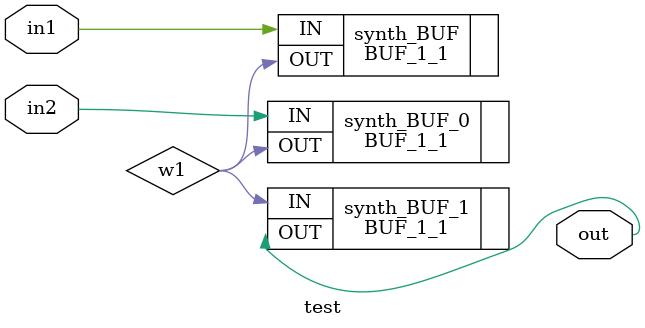
<source format=v>
module test(in1, in2, out);

input wire in1;
input wire in2;
output wire out;
wire w1;
BUF_1_1 synth_BUF(.OUT(w1), .IN(in1));
BUF_1_1 synth_BUF_0(.OUT(w1), .IN(in2));
BUF_1_1 synth_BUF_1(.OUT(out), .IN(w1));
endmodule

</source>
